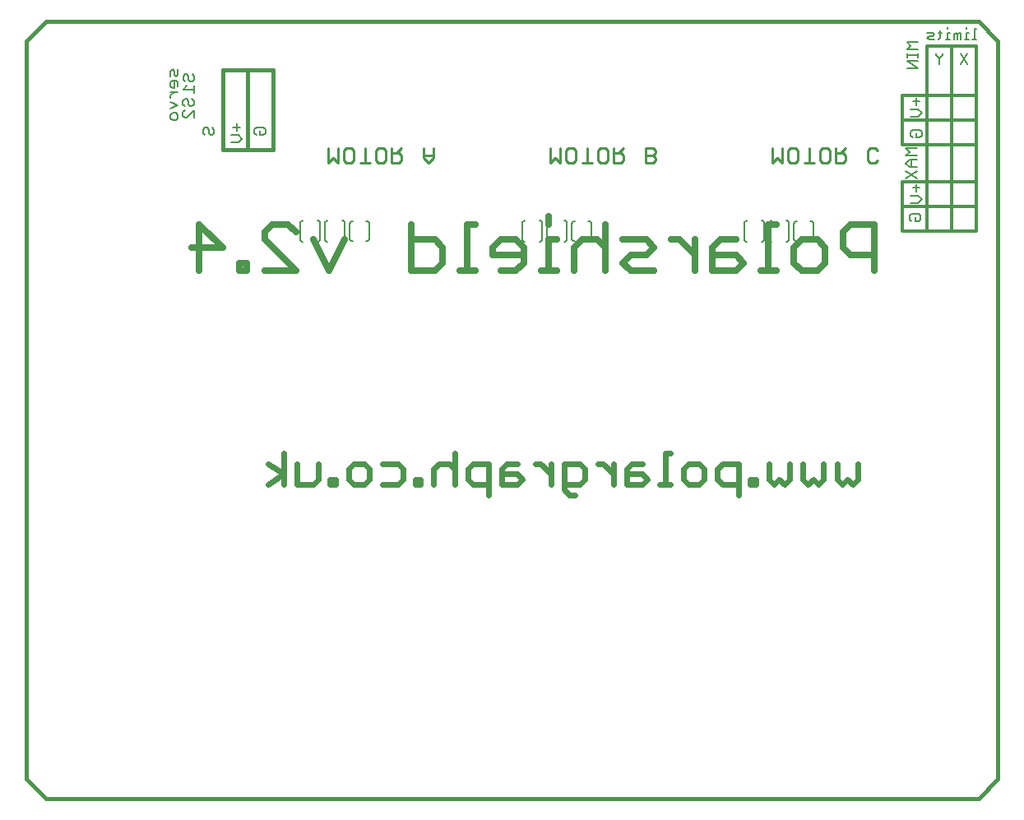
<source format=gbo>
G75*
%MOIN*%
%OFA0B0*%
%FSLAX25Y25*%
%IPPOS*%
%LPD*%
%AMOC8*
5,1,8,0,0,1.08239X$1,22.5*
%
%ADD10C,0.01600*%
%ADD11C,0.02600*%
%ADD12C,0.02300*%
%ADD13C,0.00600*%
%ADD14C,0.01000*%
%ADD15C,0.01200*%
%ADD16C,0.00800*%
D10*
X0016500Y0009674D02*
X0024374Y0001800D01*
X0402327Y0001800D01*
X0410201Y0009674D01*
X0410201Y0308887D01*
X0402327Y0316761D01*
X0024374Y0316761D01*
X0016500Y0308887D01*
X0016500Y0308800D02*
X0016500Y0009800D01*
X0096264Y0264717D02*
X0096264Y0297245D01*
X0106106Y0297245D01*
X0116555Y0297245D01*
X0116555Y0264717D01*
X0106106Y0264717D01*
X0096264Y0264717D01*
X0106106Y0264717D02*
X0106106Y0297245D01*
D11*
X0116289Y0234563D02*
X0122595Y0234563D01*
X0125748Y0231411D01*
X0132934Y0228258D02*
X0139239Y0215647D01*
X0145544Y0228258D01*
X0125748Y0215647D02*
X0113137Y0228258D01*
X0113137Y0231411D01*
X0116289Y0234563D01*
X0105951Y0218800D02*
X0102798Y0218800D01*
X0102798Y0215647D01*
X0105951Y0215647D01*
X0105951Y0218800D01*
X0113137Y0215647D02*
X0125748Y0215647D01*
X0096052Y0225105D02*
X0083441Y0225105D01*
X0086594Y0215647D02*
X0086594Y0234563D01*
X0096052Y0225105D01*
X0172528Y0228258D02*
X0181986Y0228258D01*
X0185138Y0225105D01*
X0185138Y0218800D01*
X0181986Y0215647D01*
X0172528Y0215647D01*
X0172528Y0234563D01*
X0195184Y0234563D02*
X0195184Y0215647D01*
X0198336Y0215647D02*
X0192031Y0215647D01*
X0205522Y0221953D02*
X0218133Y0221953D01*
X0218133Y0225105D02*
X0218133Y0218800D01*
X0214980Y0215647D01*
X0208675Y0215647D01*
X0205522Y0221953D02*
X0205522Y0225105D01*
X0208675Y0228258D01*
X0214980Y0228258D01*
X0218133Y0225105D01*
X0228178Y0228258D02*
X0228178Y0215647D01*
X0225026Y0215647D02*
X0231331Y0215647D01*
X0238517Y0215647D02*
X0238517Y0225105D01*
X0241670Y0228258D01*
X0247975Y0228258D01*
X0251128Y0225105D01*
X0258314Y0228258D02*
X0267772Y0228258D01*
X0270925Y0225105D01*
X0267772Y0221953D01*
X0261467Y0221953D01*
X0258314Y0218800D01*
X0261467Y0215647D01*
X0270925Y0215647D01*
X0277964Y0228258D02*
X0281117Y0228258D01*
X0287422Y0221953D01*
X0287422Y0228258D02*
X0287422Y0215647D01*
X0294608Y0215647D02*
X0304067Y0215647D01*
X0307219Y0218800D01*
X0304067Y0221953D01*
X0294608Y0221953D01*
X0294608Y0225105D02*
X0294608Y0215647D01*
X0294608Y0225105D02*
X0297761Y0228258D01*
X0304067Y0228258D01*
X0317265Y0234563D02*
X0317265Y0215647D01*
X0320417Y0215647D02*
X0314112Y0215647D01*
X0327603Y0218800D02*
X0327603Y0225105D01*
X0330756Y0228258D01*
X0337061Y0228258D01*
X0340214Y0225105D01*
X0340214Y0218800D01*
X0337061Y0215647D01*
X0330756Y0215647D01*
X0327603Y0218800D01*
X0320417Y0234563D02*
X0317265Y0234563D01*
X0347400Y0231411D02*
X0347400Y0225105D01*
X0350553Y0221953D01*
X0360011Y0221953D01*
X0360011Y0215647D02*
X0360011Y0234563D01*
X0350553Y0234563D01*
X0347400Y0231411D01*
X0251128Y0234563D02*
X0251128Y0215647D01*
X0231331Y0228258D02*
X0228178Y0228258D01*
X0228178Y0234563D02*
X0228178Y0237716D01*
X0198336Y0234563D02*
X0195184Y0234563D01*
D12*
X0190021Y0141803D02*
X0190021Y0129092D01*
X0195359Y0131210D02*
X0197477Y0129092D01*
X0203832Y0129092D01*
X0203832Y0124855D02*
X0203832Y0137566D01*
X0197477Y0137566D01*
X0195359Y0135447D01*
X0195359Y0131210D01*
X0190021Y0135447D02*
X0187902Y0137566D01*
X0183665Y0137566D01*
X0181547Y0135447D01*
X0181547Y0129092D01*
X0176209Y0129092D02*
X0176209Y0131210D01*
X0174090Y0131210D01*
X0174090Y0129092D01*
X0176209Y0129092D01*
X0169303Y0131210D02*
X0169303Y0135447D01*
X0167184Y0137566D01*
X0160829Y0137566D01*
X0155491Y0135447D02*
X0155491Y0131210D01*
X0153373Y0129092D01*
X0149136Y0129092D01*
X0147017Y0131210D01*
X0147017Y0135447D01*
X0149136Y0137566D01*
X0153373Y0137566D01*
X0155491Y0135447D01*
X0160829Y0129092D02*
X0167184Y0129092D01*
X0169303Y0131210D01*
X0141679Y0131210D02*
X0141679Y0129092D01*
X0139561Y0129092D01*
X0139561Y0131210D01*
X0141679Y0131210D01*
X0134773Y0131210D02*
X0132655Y0129092D01*
X0126300Y0129092D01*
X0126300Y0137566D01*
X0120962Y0141803D02*
X0120962Y0129092D01*
X0120962Y0133329D02*
X0114606Y0137566D01*
X0120962Y0133329D02*
X0114606Y0129092D01*
X0134773Y0131210D02*
X0134773Y0137566D01*
X0209170Y0135447D02*
X0209170Y0129092D01*
X0215526Y0129092D01*
X0217644Y0131210D01*
X0215526Y0133329D01*
X0209170Y0133329D01*
X0209170Y0135447D02*
X0211289Y0137566D01*
X0215526Y0137566D01*
X0222799Y0137566D02*
X0224917Y0137566D01*
X0229154Y0133329D01*
X0229154Y0129092D02*
X0229154Y0137566D01*
X0234492Y0137566D02*
X0240847Y0137566D01*
X0242966Y0135447D01*
X0242966Y0131210D01*
X0240847Y0129092D01*
X0234492Y0129092D01*
X0234492Y0126973D02*
X0234492Y0137566D01*
X0248120Y0137566D02*
X0250239Y0137566D01*
X0254476Y0133329D01*
X0254476Y0129092D02*
X0254476Y0137566D01*
X0259814Y0135447D02*
X0259814Y0129092D01*
X0266169Y0129092D01*
X0268287Y0131210D01*
X0266169Y0133329D01*
X0259814Y0133329D01*
X0259814Y0135447D02*
X0261932Y0137566D01*
X0266169Y0137566D01*
X0275377Y0141803D02*
X0275377Y0129092D01*
X0277495Y0129092D02*
X0273258Y0129092D01*
X0282833Y0131210D02*
X0282833Y0135447D01*
X0284952Y0137566D01*
X0289189Y0137566D01*
X0291307Y0135447D01*
X0291307Y0131210D01*
X0289189Y0129092D01*
X0284952Y0129092D01*
X0282833Y0131210D01*
X0277495Y0141803D02*
X0275377Y0141803D01*
X0296645Y0135447D02*
X0296645Y0131210D01*
X0298764Y0129092D01*
X0305119Y0129092D01*
X0305119Y0124855D02*
X0305119Y0137566D01*
X0298764Y0137566D01*
X0296645Y0135447D01*
X0309906Y0131210D02*
X0309906Y0129092D01*
X0312025Y0129092D01*
X0312025Y0131210D01*
X0309906Y0131210D01*
X0317363Y0131210D02*
X0317363Y0137566D01*
X0317363Y0131210D02*
X0319481Y0129092D01*
X0321600Y0131210D01*
X0323718Y0129092D01*
X0325837Y0131210D01*
X0325837Y0137566D01*
X0331175Y0137566D02*
X0331175Y0131210D01*
X0333293Y0129092D01*
X0335411Y0131210D01*
X0337530Y0129092D01*
X0339648Y0131210D01*
X0339648Y0137566D01*
X0344986Y0137566D02*
X0344986Y0131210D01*
X0347105Y0129092D01*
X0349223Y0131210D01*
X0351342Y0129092D01*
X0353460Y0131210D01*
X0353460Y0137566D01*
X0238729Y0124855D02*
X0236610Y0124855D01*
X0234492Y0126973D01*
D13*
X0374450Y0236574D02*
X0374450Y0238042D01*
X0375184Y0238776D01*
X0378120Y0238776D01*
X0378854Y0238042D01*
X0378854Y0236574D01*
X0378120Y0235840D01*
X0376652Y0235840D01*
X0376652Y0237308D01*
X0375184Y0235840D02*
X0374450Y0236574D01*
X0374950Y0243236D02*
X0377886Y0243236D01*
X0379354Y0244704D01*
X0377886Y0246172D01*
X0374950Y0246172D01*
X0377152Y0247840D02*
X0377152Y0250776D01*
X0375684Y0249308D02*
X0378620Y0249308D01*
X0377354Y0253132D02*
X0372950Y0256068D01*
X0374418Y0257736D02*
X0377354Y0257736D01*
X0377354Y0256068D02*
X0372950Y0253132D01*
X0374418Y0257736D02*
X0372950Y0259204D01*
X0374418Y0260672D01*
X0377354Y0260672D01*
X0377354Y0262340D02*
X0372950Y0262340D01*
X0374418Y0263808D01*
X0372950Y0265276D01*
X0377354Y0265276D01*
X0377152Y0269840D02*
X0377152Y0271308D01*
X0377152Y0269840D02*
X0378620Y0269840D01*
X0379354Y0270574D01*
X0379354Y0272042D01*
X0378620Y0272776D01*
X0375684Y0272776D01*
X0374950Y0272042D01*
X0374950Y0270574D01*
X0375684Y0269840D01*
X0374950Y0278236D02*
X0377886Y0278236D01*
X0379354Y0279704D01*
X0377886Y0281172D01*
X0374950Y0281172D01*
X0377152Y0282840D02*
X0377152Y0285776D01*
X0375684Y0284308D02*
X0378620Y0284308D01*
X0377854Y0297667D02*
X0373450Y0297667D01*
X0373450Y0300602D02*
X0377854Y0297667D01*
X0377854Y0300602D02*
X0373450Y0300602D01*
X0373450Y0302204D02*
X0373450Y0303672D01*
X0373450Y0302938D02*
X0377854Y0302938D01*
X0377854Y0303672D02*
X0377854Y0302204D01*
X0377854Y0305340D02*
X0373450Y0305340D01*
X0374918Y0306808D01*
X0373450Y0308276D01*
X0377854Y0308276D01*
X0381608Y0309988D02*
X0382341Y0310721D01*
X0383809Y0310721D01*
X0384543Y0311455D01*
X0383809Y0312189D01*
X0381608Y0312189D01*
X0381608Y0309988D02*
X0382341Y0309254D01*
X0384543Y0309254D01*
X0386145Y0309254D02*
X0386879Y0309988D01*
X0386879Y0312923D01*
X0387613Y0312189D02*
X0386145Y0312189D01*
X0389948Y0312189D02*
X0389948Y0309254D01*
X0390682Y0309254D02*
X0389214Y0309254D01*
X0389948Y0312189D02*
X0390682Y0312189D01*
X0389948Y0313657D02*
X0389948Y0314391D01*
X0392350Y0311455D02*
X0392350Y0309254D01*
X0393818Y0309254D02*
X0393818Y0311455D01*
X0393084Y0312189D01*
X0392350Y0311455D01*
X0393818Y0311455D02*
X0394552Y0312189D01*
X0395286Y0312189D01*
X0395286Y0309254D01*
X0396887Y0309254D02*
X0398355Y0309254D01*
X0397621Y0309254D02*
X0397621Y0312189D01*
X0398355Y0312189D01*
X0397621Y0313657D02*
X0397621Y0314391D01*
X0400690Y0313657D02*
X0400690Y0309254D01*
X0401424Y0309254D02*
X0399956Y0309254D01*
X0400690Y0313657D02*
X0401424Y0313657D01*
X0397976Y0303850D02*
X0395040Y0299446D01*
X0397976Y0299446D02*
X0395040Y0303850D01*
X0387976Y0303850D02*
X0387976Y0303116D01*
X0386508Y0301648D01*
X0386508Y0299446D01*
X0386508Y0301648D02*
X0385040Y0303116D01*
X0385040Y0303850D01*
X0375152Y0260672D02*
X0375152Y0257736D01*
X0113354Y0271574D02*
X0112620Y0270840D01*
X0111152Y0270840D01*
X0111152Y0272308D01*
X0112620Y0273776D02*
X0113354Y0273042D01*
X0113354Y0271574D01*
X0112620Y0273776D02*
X0109684Y0273776D01*
X0108950Y0273042D01*
X0108950Y0271574D01*
X0109684Y0270840D01*
X0103854Y0269204D02*
X0102386Y0267736D01*
X0099450Y0267736D01*
X0099450Y0270672D02*
X0102386Y0270672D01*
X0103854Y0269204D01*
X0101652Y0272340D02*
X0101652Y0275276D01*
X0100184Y0273808D02*
X0103120Y0273808D01*
X0092590Y0272908D02*
X0092590Y0271440D01*
X0091856Y0270706D01*
X0091122Y0270706D01*
X0090388Y0271440D01*
X0090388Y0272908D01*
X0089654Y0273642D01*
X0088920Y0273642D01*
X0088186Y0272908D01*
X0088186Y0271440D01*
X0088920Y0270706D01*
X0091856Y0273642D02*
X0092590Y0272908D01*
X0084354Y0277736D02*
X0084354Y0280672D01*
X0081418Y0277736D01*
X0080684Y0277736D01*
X0079950Y0278470D01*
X0079950Y0279938D01*
X0080684Y0280672D01*
X0080684Y0282340D02*
X0079950Y0283074D01*
X0079950Y0284542D01*
X0080684Y0285276D01*
X0081418Y0285276D01*
X0082152Y0284542D01*
X0082152Y0283074D01*
X0082886Y0282340D01*
X0083620Y0282340D01*
X0084354Y0283074D01*
X0084354Y0284542D01*
X0083620Y0285276D01*
X0084405Y0287736D02*
X0084405Y0290672D01*
X0084405Y0289204D02*
X0080001Y0289204D01*
X0081469Y0290672D01*
X0080735Y0292340D02*
X0080001Y0293074D01*
X0080001Y0294542D01*
X0080735Y0295276D01*
X0081469Y0295276D01*
X0082203Y0294542D01*
X0082203Y0293074D01*
X0082937Y0292340D01*
X0083671Y0292340D01*
X0084405Y0293074D01*
X0084405Y0294542D01*
X0083671Y0295276D01*
X0077854Y0295074D02*
X0077120Y0294340D01*
X0076386Y0295074D01*
X0076386Y0296542D01*
X0075652Y0297276D01*
X0074918Y0296542D01*
X0074918Y0294340D01*
X0075652Y0292672D02*
X0074918Y0291938D01*
X0074918Y0290470D01*
X0075652Y0289736D01*
X0076386Y0289736D01*
X0076386Y0292672D01*
X0077120Y0292672D02*
X0075652Y0292672D01*
X0077120Y0292672D02*
X0077854Y0291938D01*
X0077854Y0290470D01*
X0077854Y0288068D02*
X0074918Y0288068D01*
X0076386Y0288068D02*
X0074918Y0286600D01*
X0074918Y0285866D01*
X0074918Y0284231D02*
X0077854Y0282763D01*
X0074918Y0281295D01*
X0075652Y0279627D02*
X0074918Y0278893D01*
X0074918Y0277425D01*
X0075652Y0276691D01*
X0077120Y0276691D01*
X0077854Y0277425D01*
X0077854Y0278893D01*
X0077120Y0279627D01*
X0075652Y0279627D01*
X0077854Y0295074D02*
X0077854Y0297276D01*
D14*
X0138795Y0265528D02*
X0138795Y0259523D01*
X0140797Y0261525D01*
X0142799Y0259523D01*
X0142799Y0265528D01*
X0145241Y0264527D02*
X0146242Y0265528D01*
X0148243Y0265528D01*
X0149244Y0264527D01*
X0149244Y0260524D01*
X0148243Y0259523D01*
X0146242Y0259523D01*
X0145241Y0260524D01*
X0145241Y0264527D01*
X0151686Y0259523D02*
X0155690Y0259523D01*
X0153688Y0259523D02*
X0153688Y0265528D01*
X0158132Y0264527D02*
X0159133Y0265528D01*
X0161134Y0265528D01*
X0162135Y0264527D01*
X0162135Y0260524D01*
X0161134Y0259523D01*
X0159133Y0259523D01*
X0158132Y0260524D01*
X0158132Y0264527D01*
X0164577Y0263527D02*
X0167580Y0263527D01*
X0168581Y0262526D01*
X0168581Y0260524D01*
X0167580Y0259523D01*
X0164577Y0259523D01*
X0164577Y0265528D01*
X0166579Y0263527D02*
X0168581Y0265528D01*
X0177468Y0265528D02*
X0177468Y0261525D01*
X0179470Y0259523D01*
X0181472Y0261525D01*
X0181472Y0265528D01*
X0181472Y0262526D02*
X0177468Y0262526D01*
X0228795Y0265528D02*
X0228795Y0259523D01*
X0230797Y0261525D01*
X0232799Y0259523D01*
X0232799Y0265528D01*
X0235241Y0264527D02*
X0236242Y0265528D01*
X0238243Y0265528D01*
X0239244Y0264527D01*
X0239244Y0260524D01*
X0238243Y0259523D01*
X0236242Y0259523D01*
X0235241Y0260524D01*
X0235241Y0264527D01*
X0241686Y0259523D02*
X0245690Y0259523D01*
X0243688Y0259523D02*
X0243688Y0265528D01*
X0248132Y0264527D02*
X0249133Y0265528D01*
X0251134Y0265528D01*
X0252135Y0264527D01*
X0252135Y0260524D01*
X0251134Y0259523D01*
X0249133Y0259523D01*
X0248132Y0260524D01*
X0248132Y0264527D01*
X0254577Y0263527D02*
X0257580Y0263527D01*
X0258581Y0262526D01*
X0258581Y0260524D01*
X0257580Y0259523D01*
X0254577Y0259523D01*
X0254577Y0265528D01*
X0256579Y0263527D02*
X0258581Y0265528D01*
X0267468Y0265528D02*
X0267468Y0259523D01*
X0270471Y0259523D01*
X0271472Y0260524D01*
X0271472Y0261525D01*
X0270471Y0262526D01*
X0267468Y0262526D01*
X0267468Y0265528D02*
X0270471Y0265528D01*
X0271472Y0264527D01*
X0271472Y0263527D01*
X0270471Y0262526D01*
X0318795Y0265528D02*
X0318795Y0259523D01*
X0320797Y0261525D01*
X0322799Y0259523D01*
X0322799Y0265528D01*
X0325241Y0264527D02*
X0326242Y0265528D01*
X0328243Y0265528D01*
X0329244Y0264527D01*
X0329244Y0260524D01*
X0328243Y0259523D01*
X0326242Y0259523D01*
X0325241Y0260524D01*
X0325241Y0264527D01*
X0331686Y0259523D02*
X0335690Y0259523D01*
X0333688Y0259523D02*
X0333688Y0265528D01*
X0338132Y0264527D02*
X0339133Y0265528D01*
X0341134Y0265528D01*
X0342135Y0264527D01*
X0342135Y0260524D01*
X0341134Y0259523D01*
X0339133Y0259523D01*
X0338132Y0260524D01*
X0338132Y0264527D01*
X0344577Y0263527D02*
X0347580Y0263527D01*
X0348581Y0262526D01*
X0348581Y0260524D01*
X0347580Y0259523D01*
X0344577Y0259523D01*
X0344577Y0265528D01*
X0346579Y0263527D02*
X0348581Y0265528D01*
X0357468Y0264527D02*
X0357468Y0260524D01*
X0358469Y0259523D01*
X0360471Y0259523D01*
X0361472Y0260524D01*
X0361472Y0264527D02*
X0360471Y0265528D01*
X0358469Y0265528D01*
X0357468Y0264527D01*
D15*
X0371500Y0266800D02*
X0371500Y0276800D01*
X0371500Y0286800D01*
X0401500Y0286800D01*
X0401500Y0276800D01*
X0401500Y0266800D01*
X0371500Y0266800D01*
X0371500Y0276800D02*
X0401500Y0276800D01*
X0401500Y0251800D02*
X0371500Y0251800D01*
X0371500Y0241800D01*
X0371500Y0231800D01*
X0381500Y0231800D01*
X0381500Y0306800D01*
X0391500Y0306800D01*
X0401500Y0306800D01*
X0401500Y0251800D01*
X0401500Y0241800D01*
X0371500Y0241800D01*
X0381500Y0231800D02*
X0391500Y0231800D01*
X0401500Y0231800D01*
X0401500Y0241800D01*
X0391500Y0231800D02*
X0391500Y0306800D01*
D16*
X0335437Y0234950D02*
X0335437Y0228650D01*
X0335438Y0228650D02*
X0335424Y0228591D01*
X0335407Y0228533D01*
X0335386Y0228476D01*
X0335362Y0228420D01*
X0335334Y0228366D01*
X0335304Y0228314D01*
X0335270Y0228263D01*
X0335233Y0228215D01*
X0335194Y0228169D01*
X0335151Y0228126D01*
X0335107Y0228085D01*
X0335059Y0228047D01*
X0335010Y0228012D01*
X0334958Y0227980D01*
X0334905Y0227951D01*
X0334850Y0227925D01*
X0334794Y0227903D01*
X0334736Y0227884D01*
X0334677Y0227868D01*
X0334618Y0227857D01*
X0334558Y0227848D01*
X0334497Y0227844D01*
X0334437Y0227843D01*
X0334376Y0227846D01*
X0334316Y0227852D01*
X0334256Y0227862D01*
X0328744Y0227862D02*
X0328682Y0227852D01*
X0328619Y0227846D01*
X0328556Y0227843D01*
X0328493Y0227844D01*
X0328430Y0227850D01*
X0328368Y0227859D01*
X0328306Y0227872D01*
X0328245Y0227889D01*
X0328186Y0227910D01*
X0328128Y0227935D01*
X0328071Y0227963D01*
X0328017Y0227995D01*
X0327964Y0228030D01*
X0327914Y0228068D01*
X0327866Y0228109D01*
X0327821Y0228153D01*
X0327779Y0228200D01*
X0327740Y0228250D01*
X0327704Y0228302D01*
X0327672Y0228356D01*
X0327642Y0228411D01*
X0327617Y0228469D01*
X0327595Y0228528D01*
X0327577Y0228589D01*
X0327562Y0228650D01*
X0327563Y0228650D02*
X0327563Y0234950D01*
X0327562Y0234950D02*
X0327577Y0235011D01*
X0327595Y0235072D01*
X0327617Y0235131D01*
X0327642Y0235189D01*
X0327672Y0235244D01*
X0327704Y0235298D01*
X0327740Y0235350D01*
X0327779Y0235400D01*
X0327821Y0235447D01*
X0327866Y0235491D01*
X0327914Y0235532D01*
X0327964Y0235570D01*
X0328017Y0235605D01*
X0328071Y0235637D01*
X0328128Y0235665D01*
X0328186Y0235690D01*
X0328245Y0235711D01*
X0328306Y0235728D01*
X0328368Y0235741D01*
X0328430Y0235750D01*
X0328493Y0235756D01*
X0328556Y0235757D01*
X0328619Y0235754D01*
X0328682Y0235748D01*
X0328744Y0235738D01*
X0325500Y0235050D02*
X0325500Y0228550D01*
X0325498Y0228490D01*
X0325493Y0228429D01*
X0325484Y0228370D01*
X0325471Y0228311D01*
X0325455Y0228252D01*
X0325435Y0228195D01*
X0325412Y0228140D01*
X0325385Y0228085D01*
X0325356Y0228033D01*
X0325323Y0227982D01*
X0325287Y0227933D01*
X0325249Y0227887D01*
X0325207Y0227843D01*
X0325163Y0227801D01*
X0325117Y0227763D01*
X0325068Y0227727D01*
X0325017Y0227694D01*
X0324965Y0227665D01*
X0324910Y0227638D01*
X0324855Y0227615D01*
X0324798Y0227595D01*
X0324739Y0227579D01*
X0324680Y0227566D01*
X0324621Y0227557D01*
X0324560Y0227552D01*
X0324500Y0227550D01*
X0318500Y0227550D02*
X0318440Y0227552D01*
X0318379Y0227557D01*
X0318320Y0227566D01*
X0318261Y0227579D01*
X0318202Y0227595D01*
X0318145Y0227615D01*
X0318090Y0227638D01*
X0318035Y0227665D01*
X0317983Y0227694D01*
X0317932Y0227727D01*
X0317883Y0227763D01*
X0317837Y0227801D01*
X0317793Y0227843D01*
X0317751Y0227887D01*
X0317713Y0227933D01*
X0317677Y0227982D01*
X0317644Y0228033D01*
X0317615Y0228085D01*
X0317588Y0228140D01*
X0317565Y0228195D01*
X0317545Y0228252D01*
X0317529Y0228311D01*
X0317516Y0228370D01*
X0317507Y0228429D01*
X0317502Y0228490D01*
X0317500Y0228550D01*
X0317500Y0235050D01*
X0317502Y0235110D01*
X0317507Y0235171D01*
X0317516Y0235230D01*
X0317529Y0235289D01*
X0317545Y0235348D01*
X0317565Y0235405D01*
X0317588Y0235460D01*
X0317615Y0235515D01*
X0317644Y0235567D01*
X0317677Y0235618D01*
X0317713Y0235667D01*
X0317751Y0235713D01*
X0317793Y0235757D01*
X0317837Y0235799D01*
X0317883Y0235837D01*
X0317932Y0235873D01*
X0317983Y0235906D01*
X0318035Y0235935D01*
X0318090Y0235962D01*
X0318145Y0235985D01*
X0318202Y0236005D01*
X0318261Y0236021D01*
X0318320Y0236034D01*
X0318379Y0236043D01*
X0318440Y0236048D01*
X0318500Y0236050D01*
X0315500Y0235050D02*
X0315500Y0228550D01*
X0315498Y0228490D01*
X0315493Y0228429D01*
X0315484Y0228370D01*
X0315471Y0228311D01*
X0315455Y0228252D01*
X0315435Y0228195D01*
X0315412Y0228140D01*
X0315385Y0228085D01*
X0315356Y0228033D01*
X0315323Y0227982D01*
X0315287Y0227933D01*
X0315249Y0227887D01*
X0315207Y0227843D01*
X0315163Y0227801D01*
X0315117Y0227763D01*
X0315068Y0227727D01*
X0315017Y0227694D01*
X0314965Y0227665D01*
X0314910Y0227638D01*
X0314855Y0227615D01*
X0314798Y0227595D01*
X0314739Y0227579D01*
X0314680Y0227566D01*
X0314621Y0227557D01*
X0314560Y0227552D01*
X0314500Y0227550D01*
X0308500Y0227550D02*
X0308440Y0227552D01*
X0308379Y0227557D01*
X0308320Y0227566D01*
X0308261Y0227579D01*
X0308202Y0227595D01*
X0308145Y0227615D01*
X0308090Y0227638D01*
X0308035Y0227665D01*
X0307983Y0227694D01*
X0307932Y0227727D01*
X0307883Y0227763D01*
X0307837Y0227801D01*
X0307793Y0227843D01*
X0307751Y0227887D01*
X0307713Y0227933D01*
X0307677Y0227982D01*
X0307644Y0228033D01*
X0307615Y0228085D01*
X0307588Y0228140D01*
X0307565Y0228195D01*
X0307545Y0228252D01*
X0307529Y0228311D01*
X0307516Y0228370D01*
X0307507Y0228429D01*
X0307502Y0228490D01*
X0307500Y0228550D01*
X0307500Y0235050D01*
X0307502Y0235110D01*
X0307507Y0235171D01*
X0307516Y0235230D01*
X0307529Y0235289D01*
X0307545Y0235348D01*
X0307565Y0235405D01*
X0307588Y0235460D01*
X0307615Y0235515D01*
X0307644Y0235567D01*
X0307677Y0235618D01*
X0307713Y0235667D01*
X0307751Y0235713D01*
X0307793Y0235757D01*
X0307837Y0235799D01*
X0307883Y0235837D01*
X0307932Y0235873D01*
X0307983Y0235906D01*
X0308035Y0235935D01*
X0308090Y0235962D01*
X0308145Y0235985D01*
X0308202Y0236005D01*
X0308261Y0236021D01*
X0308320Y0236034D01*
X0308379Y0236043D01*
X0308440Y0236048D01*
X0308500Y0236050D01*
X0314500Y0236050D02*
X0314560Y0236048D01*
X0314621Y0236043D01*
X0314680Y0236034D01*
X0314739Y0236021D01*
X0314798Y0236005D01*
X0314855Y0235985D01*
X0314910Y0235962D01*
X0314965Y0235935D01*
X0315017Y0235906D01*
X0315068Y0235873D01*
X0315117Y0235837D01*
X0315163Y0235799D01*
X0315207Y0235757D01*
X0315249Y0235713D01*
X0315287Y0235667D01*
X0315323Y0235618D01*
X0315356Y0235567D01*
X0315385Y0235515D01*
X0315412Y0235460D01*
X0315435Y0235405D01*
X0315455Y0235348D01*
X0315471Y0235289D01*
X0315484Y0235230D01*
X0315493Y0235171D01*
X0315498Y0235110D01*
X0315500Y0235050D01*
X0324500Y0236050D02*
X0324560Y0236048D01*
X0324621Y0236043D01*
X0324680Y0236034D01*
X0324739Y0236021D01*
X0324798Y0236005D01*
X0324855Y0235985D01*
X0324910Y0235962D01*
X0324965Y0235935D01*
X0325017Y0235906D01*
X0325068Y0235873D01*
X0325117Y0235837D01*
X0325163Y0235799D01*
X0325207Y0235757D01*
X0325249Y0235713D01*
X0325287Y0235667D01*
X0325323Y0235618D01*
X0325356Y0235567D01*
X0325385Y0235515D01*
X0325412Y0235460D01*
X0325435Y0235405D01*
X0325455Y0235348D01*
X0325471Y0235289D01*
X0325484Y0235230D01*
X0325493Y0235171D01*
X0325498Y0235110D01*
X0325500Y0235050D01*
X0334256Y0235738D02*
X0334316Y0235748D01*
X0334376Y0235754D01*
X0334437Y0235757D01*
X0334497Y0235756D01*
X0334558Y0235752D01*
X0334618Y0235743D01*
X0334677Y0235732D01*
X0334736Y0235716D01*
X0334794Y0235697D01*
X0334850Y0235675D01*
X0334905Y0235649D01*
X0334958Y0235620D01*
X0335010Y0235588D01*
X0335059Y0235553D01*
X0335107Y0235515D01*
X0335151Y0235474D01*
X0335194Y0235431D01*
X0335233Y0235385D01*
X0335270Y0235337D01*
X0335304Y0235286D01*
X0335334Y0235234D01*
X0335362Y0235180D01*
X0335386Y0235124D01*
X0335407Y0235067D01*
X0335424Y0235009D01*
X0335438Y0234950D01*
X0245437Y0234950D02*
X0245437Y0228650D01*
X0245438Y0228650D02*
X0245424Y0228591D01*
X0245407Y0228533D01*
X0245386Y0228476D01*
X0245362Y0228420D01*
X0245334Y0228366D01*
X0245304Y0228314D01*
X0245270Y0228263D01*
X0245233Y0228215D01*
X0245194Y0228169D01*
X0245151Y0228126D01*
X0245107Y0228085D01*
X0245059Y0228047D01*
X0245010Y0228012D01*
X0244958Y0227980D01*
X0244905Y0227951D01*
X0244850Y0227925D01*
X0244794Y0227903D01*
X0244736Y0227884D01*
X0244677Y0227868D01*
X0244618Y0227857D01*
X0244558Y0227848D01*
X0244497Y0227844D01*
X0244437Y0227843D01*
X0244376Y0227846D01*
X0244316Y0227852D01*
X0244256Y0227862D01*
X0238744Y0227862D02*
X0238682Y0227852D01*
X0238619Y0227846D01*
X0238556Y0227843D01*
X0238493Y0227844D01*
X0238430Y0227850D01*
X0238368Y0227859D01*
X0238306Y0227872D01*
X0238245Y0227889D01*
X0238186Y0227910D01*
X0238128Y0227935D01*
X0238071Y0227963D01*
X0238017Y0227995D01*
X0237964Y0228030D01*
X0237914Y0228068D01*
X0237866Y0228109D01*
X0237821Y0228153D01*
X0237779Y0228200D01*
X0237740Y0228250D01*
X0237704Y0228302D01*
X0237672Y0228356D01*
X0237642Y0228411D01*
X0237617Y0228469D01*
X0237595Y0228528D01*
X0237577Y0228589D01*
X0237562Y0228650D01*
X0237563Y0228650D02*
X0237563Y0234950D01*
X0237562Y0234950D02*
X0237577Y0235011D01*
X0237595Y0235072D01*
X0237617Y0235131D01*
X0237642Y0235189D01*
X0237672Y0235244D01*
X0237704Y0235298D01*
X0237740Y0235350D01*
X0237779Y0235400D01*
X0237821Y0235447D01*
X0237866Y0235491D01*
X0237914Y0235532D01*
X0237964Y0235570D01*
X0238017Y0235605D01*
X0238071Y0235637D01*
X0238128Y0235665D01*
X0238186Y0235690D01*
X0238245Y0235711D01*
X0238306Y0235728D01*
X0238368Y0235741D01*
X0238430Y0235750D01*
X0238493Y0235756D01*
X0238556Y0235757D01*
X0238619Y0235754D01*
X0238682Y0235748D01*
X0238744Y0235738D01*
X0235500Y0235050D02*
X0235500Y0228550D01*
X0235498Y0228490D01*
X0235493Y0228429D01*
X0235484Y0228370D01*
X0235471Y0228311D01*
X0235455Y0228252D01*
X0235435Y0228195D01*
X0235412Y0228140D01*
X0235385Y0228085D01*
X0235356Y0228033D01*
X0235323Y0227982D01*
X0235287Y0227933D01*
X0235249Y0227887D01*
X0235207Y0227843D01*
X0235163Y0227801D01*
X0235117Y0227763D01*
X0235068Y0227727D01*
X0235017Y0227694D01*
X0234965Y0227665D01*
X0234910Y0227638D01*
X0234855Y0227615D01*
X0234798Y0227595D01*
X0234739Y0227579D01*
X0234680Y0227566D01*
X0234621Y0227557D01*
X0234560Y0227552D01*
X0234500Y0227550D01*
X0228500Y0227550D02*
X0228440Y0227552D01*
X0228379Y0227557D01*
X0228320Y0227566D01*
X0228261Y0227579D01*
X0228202Y0227595D01*
X0228145Y0227615D01*
X0228090Y0227638D01*
X0228035Y0227665D01*
X0227983Y0227694D01*
X0227932Y0227727D01*
X0227883Y0227763D01*
X0227837Y0227801D01*
X0227793Y0227843D01*
X0227751Y0227887D01*
X0227713Y0227933D01*
X0227677Y0227982D01*
X0227644Y0228033D01*
X0227615Y0228085D01*
X0227588Y0228140D01*
X0227565Y0228195D01*
X0227545Y0228252D01*
X0227529Y0228311D01*
X0227516Y0228370D01*
X0227507Y0228429D01*
X0227502Y0228490D01*
X0227500Y0228550D01*
X0227500Y0235050D01*
X0227502Y0235110D01*
X0227507Y0235171D01*
X0227516Y0235230D01*
X0227529Y0235289D01*
X0227545Y0235348D01*
X0227565Y0235405D01*
X0227588Y0235460D01*
X0227615Y0235515D01*
X0227644Y0235567D01*
X0227677Y0235618D01*
X0227713Y0235667D01*
X0227751Y0235713D01*
X0227793Y0235757D01*
X0227837Y0235799D01*
X0227883Y0235837D01*
X0227932Y0235873D01*
X0227983Y0235906D01*
X0228035Y0235935D01*
X0228090Y0235962D01*
X0228145Y0235985D01*
X0228202Y0236005D01*
X0228261Y0236021D01*
X0228320Y0236034D01*
X0228379Y0236043D01*
X0228440Y0236048D01*
X0228500Y0236050D01*
X0225500Y0235050D02*
X0225500Y0228550D01*
X0225498Y0228490D01*
X0225493Y0228429D01*
X0225484Y0228370D01*
X0225471Y0228311D01*
X0225455Y0228252D01*
X0225435Y0228195D01*
X0225412Y0228140D01*
X0225385Y0228085D01*
X0225356Y0228033D01*
X0225323Y0227982D01*
X0225287Y0227933D01*
X0225249Y0227887D01*
X0225207Y0227843D01*
X0225163Y0227801D01*
X0225117Y0227763D01*
X0225068Y0227727D01*
X0225017Y0227694D01*
X0224965Y0227665D01*
X0224910Y0227638D01*
X0224855Y0227615D01*
X0224798Y0227595D01*
X0224739Y0227579D01*
X0224680Y0227566D01*
X0224621Y0227557D01*
X0224560Y0227552D01*
X0224500Y0227550D01*
X0218500Y0227550D02*
X0218440Y0227552D01*
X0218379Y0227557D01*
X0218320Y0227566D01*
X0218261Y0227579D01*
X0218202Y0227595D01*
X0218145Y0227615D01*
X0218090Y0227638D01*
X0218035Y0227665D01*
X0217983Y0227694D01*
X0217932Y0227727D01*
X0217883Y0227763D01*
X0217837Y0227801D01*
X0217793Y0227843D01*
X0217751Y0227887D01*
X0217713Y0227933D01*
X0217677Y0227982D01*
X0217644Y0228033D01*
X0217615Y0228085D01*
X0217588Y0228140D01*
X0217565Y0228195D01*
X0217545Y0228252D01*
X0217529Y0228311D01*
X0217516Y0228370D01*
X0217507Y0228429D01*
X0217502Y0228490D01*
X0217500Y0228550D01*
X0217500Y0235050D01*
X0217502Y0235110D01*
X0217507Y0235171D01*
X0217516Y0235230D01*
X0217529Y0235289D01*
X0217545Y0235348D01*
X0217565Y0235405D01*
X0217588Y0235460D01*
X0217615Y0235515D01*
X0217644Y0235567D01*
X0217677Y0235618D01*
X0217713Y0235667D01*
X0217751Y0235713D01*
X0217793Y0235757D01*
X0217837Y0235799D01*
X0217883Y0235837D01*
X0217932Y0235873D01*
X0217983Y0235906D01*
X0218035Y0235935D01*
X0218090Y0235962D01*
X0218145Y0235985D01*
X0218202Y0236005D01*
X0218261Y0236021D01*
X0218320Y0236034D01*
X0218379Y0236043D01*
X0218440Y0236048D01*
X0218500Y0236050D01*
X0224500Y0236050D02*
X0224560Y0236048D01*
X0224621Y0236043D01*
X0224680Y0236034D01*
X0224739Y0236021D01*
X0224798Y0236005D01*
X0224855Y0235985D01*
X0224910Y0235962D01*
X0224965Y0235935D01*
X0225017Y0235906D01*
X0225068Y0235873D01*
X0225117Y0235837D01*
X0225163Y0235799D01*
X0225207Y0235757D01*
X0225249Y0235713D01*
X0225287Y0235667D01*
X0225323Y0235618D01*
X0225356Y0235567D01*
X0225385Y0235515D01*
X0225412Y0235460D01*
X0225435Y0235405D01*
X0225455Y0235348D01*
X0225471Y0235289D01*
X0225484Y0235230D01*
X0225493Y0235171D01*
X0225498Y0235110D01*
X0225500Y0235050D01*
X0234500Y0236050D02*
X0234560Y0236048D01*
X0234621Y0236043D01*
X0234680Y0236034D01*
X0234739Y0236021D01*
X0234798Y0236005D01*
X0234855Y0235985D01*
X0234910Y0235962D01*
X0234965Y0235935D01*
X0235017Y0235906D01*
X0235068Y0235873D01*
X0235117Y0235837D01*
X0235163Y0235799D01*
X0235207Y0235757D01*
X0235249Y0235713D01*
X0235287Y0235667D01*
X0235323Y0235618D01*
X0235356Y0235567D01*
X0235385Y0235515D01*
X0235412Y0235460D01*
X0235435Y0235405D01*
X0235455Y0235348D01*
X0235471Y0235289D01*
X0235484Y0235230D01*
X0235493Y0235171D01*
X0235498Y0235110D01*
X0235500Y0235050D01*
X0244256Y0235738D02*
X0244316Y0235748D01*
X0244376Y0235754D01*
X0244437Y0235757D01*
X0244497Y0235756D01*
X0244558Y0235752D01*
X0244618Y0235743D01*
X0244677Y0235732D01*
X0244736Y0235716D01*
X0244794Y0235697D01*
X0244850Y0235675D01*
X0244905Y0235649D01*
X0244958Y0235620D01*
X0245010Y0235588D01*
X0245059Y0235553D01*
X0245107Y0235515D01*
X0245151Y0235474D01*
X0245194Y0235431D01*
X0245233Y0235385D01*
X0245270Y0235337D01*
X0245304Y0235286D01*
X0245334Y0235234D01*
X0245362Y0235180D01*
X0245386Y0235124D01*
X0245407Y0235067D01*
X0245424Y0235009D01*
X0245438Y0234950D01*
X0155437Y0234950D02*
X0155437Y0228650D01*
X0155438Y0228650D02*
X0155424Y0228591D01*
X0155407Y0228533D01*
X0155386Y0228476D01*
X0155362Y0228420D01*
X0155334Y0228366D01*
X0155304Y0228314D01*
X0155270Y0228263D01*
X0155233Y0228215D01*
X0155194Y0228169D01*
X0155151Y0228126D01*
X0155107Y0228085D01*
X0155059Y0228047D01*
X0155010Y0228012D01*
X0154958Y0227980D01*
X0154905Y0227951D01*
X0154850Y0227925D01*
X0154794Y0227903D01*
X0154736Y0227884D01*
X0154677Y0227868D01*
X0154618Y0227857D01*
X0154558Y0227848D01*
X0154497Y0227844D01*
X0154437Y0227843D01*
X0154376Y0227846D01*
X0154316Y0227852D01*
X0154256Y0227862D01*
X0148744Y0227862D02*
X0148682Y0227852D01*
X0148619Y0227846D01*
X0148556Y0227843D01*
X0148493Y0227844D01*
X0148430Y0227850D01*
X0148368Y0227859D01*
X0148306Y0227872D01*
X0148245Y0227889D01*
X0148186Y0227910D01*
X0148128Y0227935D01*
X0148071Y0227963D01*
X0148017Y0227995D01*
X0147964Y0228030D01*
X0147914Y0228068D01*
X0147866Y0228109D01*
X0147821Y0228153D01*
X0147779Y0228200D01*
X0147740Y0228250D01*
X0147704Y0228302D01*
X0147672Y0228356D01*
X0147642Y0228411D01*
X0147617Y0228469D01*
X0147595Y0228528D01*
X0147577Y0228589D01*
X0147562Y0228650D01*
X0147563Y0228650D02*
X0147563Y0234950D01*
X0147562Y0234950D02*
X0147577Y0235011D01*
X0147595Y0235072D01*
X0147617Y0235131D01*
X0147642Y0235189D01*
X0147672Y0235244D01*
X0147704Y0235298D01*
X0147740Y0235350D01*
X0147779Y0235400D01*
X0147821Y0235447D01*
X0147866Y0235491D01*
X0147914Y0235532D01*
X0147964Y0235570D01*
X0148017Y0235605D01*
X0148071Y0235637D01*
X0148128Y0235665D01*
X0148186Y0235690D01*
X0148245Y0235711D01*
X0148306Y0235728D01*
X0148368Y0235741D01*
X0148430Y0235750D01*
X0148493Y0235756D01*
X0148556Y0235757D01*
X0148619Y0235754D01*
X0148682Y0235748D01*
X0148744Y0235738D01*
X0145500Y0235050D02*
X0145500Y0228550D01*
X0145498Y0228490D01*
X0145493Y0228429D01*
X0145484Y0228370D01*
X0145471Y0228311D01*
X0145455Y0228252D01*
X0145435Y0228195D01*
X0145412Y0228140D01*
X0145385Y0228085D01*
X0145356Y0228033D01*
X0145323Y0227982D01*
X0145287Y0227933D01*
X0145249Y0227887D01*
X0145207Y0227843D01*
X0145163Y0227801D01*
X0145117Y0227763D01*
X0145068Y0227727D01*
X0145017Y0227694D01*
X0144965Y0227665D01*
X0144910Y0227638D01*
X0144855Y0227615D01*
X0144798Y0227595D01*
X0144739Y0227579D01*
X0144680Y0227566D01*
X0144621Y0227557D01*
X0144560Y0227552D01*
X0144500Y0227550D01*
X0138500Y0227550D02*
X0138440Y0227552D01*
X0138379Y0227557D01*
X0138320Y0227566D01*
X0138261Y0227579D01*
X0138202Y0227595D01*
X0138145Y0227615D01*
X0138090Y0227638D01*
X0138035Y0227665D01*
X0137983Y0227694D01*
X0137932Y0227727D01*
X0137883Y0227763D01*
X0137837Y0227801D01*
X0137793Y0227843D01*
X0137751Y0227887D01*
X0137713Y0227933D01*
X0137677Y0227982D01*
X0137644Y0228033D01*
X0137615Y0228085D01*
X0137588Y0228140D01*
X0137565Y0228195D01*
X0137545Y0228252D01*
X0137529Y0228311D01*
X0137516Y0228370D01*
X0137507Y0228429D01*
X0137502Y0228490D01*
X0137500Y0228550D01*
X0137500Y0235050D01*
X0137502Y0235110D01*
X0137507Y0235171D01*
X0137516Y0235230D01*
X0137529Y0235289D01*
X0137545Y0235348D01*
X0137565Y0235405D01*
X0137588Y0235460D01*
X0137615Y0235515D01*
X0137644Y0235567D01*
X0137677Y0235618D01*
X0137713Y0235667D01*
X0137751Y0235713D01*
X0137793Y0235757D01*
X0137837Y0235799D01*
X0137883Y0235837D01*
X0137932Y0235873D01*
X0137983Y0235906D01*
X0138035Y0235935D01*
X0138090Y0235962D01*
X0138145Y0235985D01*
X0138202Y0236005D01*
X0138261Y0236021D01*
X0138320Y0236034D01*
X0138379Y0236043D01*
X0138440Y0236048D01*
X0138500Y0236050D01*
X0135500Y0235050D02*
X0135500Y0228550D01*
X0135498Y0228490D01*
X0135493Y0228429D01*
X0135484Y0228370D01*
X0135471Y0228311D01*
X0135455Y0228252D01*
X0135435Y0228195D01*
X0135412Y0228140D01*
X0135385Y0228085D01*
X0135356Y0228033D01*
X0135323Y0227982D01*
X0135287Y0227933D01*
X0135249Y0227887D01*
X0135207Y0227843D01*
X0135163Y0227801D01*
X0135117Y0227763D01*
X0135068Y0227727D01*
X0135017Y0227694D01*
X0134965Y0227665D01*
X0134910Y0227638D01*
X0134855Y0227615D01*
X0134798Y0227595D01*
X0134739Y0227579D01*
X0134680Y0227566D01*
X0134621Y0227557D01*
X0134560Y0227552D01*
X0134500Y0227550D01*
X0128500Y0227550D02*
X0128440Y0227552D01*
X0128379Y0227557D01*
X0128320Y0227566D01*
X0128261Y0227579D01*
X0128202Y0227595D01*
X0128145Y0227615D01*
X0128090Y0227638D01*
X0128035Y0227665D01*
X0127983Y0227694D01*
X0127932Y0227727D01*
X0127883Y0227763D01*
X0127837Y0227801D01*
X0127793Y0227843D01*
X0127751Y0227887D01*
X0127713Y0227933D01*
X0127677Y0227982D01*
X0127644Y0228033D01*
X0127615Y0228085D01*
X0127588Y0228140D01*
X0127565Y0228195D01*
X0127545Y0228252D01*
X0127529Y0228311D01*
X0127516Y0228370D01*
X0127507Y0228429D01*
X0127502Y0228490D01*
X0127500Y0228550D01*
X0127500Y0235050D01*
X0127502Y0235110D01*
X0127507Y0235171D01*
X0127516Y0235230D01*
X0127529Y0235289D01*
X0127545Y0235348D01*
X0127565Y0235405D01*
X0127588Y0235460D01*
X0127615Y0235515D01*
X0127644Y0235567D01*
X0127677Y0235618D01*
X0127713Y0235667D01*
X0127751Y0235713D01*
X0127793Y0235757D01*
X0127837Y0235799D01*
X0127883Y0235837D01*
X0127932Y0235873D01*
X0127983Y0235906D01*
X0128035Y0235935D01*
X0128090Y0235962D01*
X0128145Y0235985D01*
X0128202Y0236005D01*
X0128261Y0236021D01*
X0128320Y0236034D01*
X0128379Y0236043D01*
X0128440Y0236048D01*
X0128500Y0236050D01*
X0134500Y0236050D02*
X0134560Y0236048D01*
X0134621Y0236043D01*
X0134680Y0236034D01*
X0134739Y0236021D01*
X0134798Y0236005D01*
X0134855Y0235985D01*
X0134910Y0235962D01*
X0134965Y0235935D01*
X0135017Y0235906D01*
X0135068Y0235873D01*
X0135117Y0235837D01*
X0135163Y0235799D01*
X0135207Y0235757D01*
X0135249Y0235713D01*
X0135287Y0235667D01*
X0135323Y0235618D01*
X0135356Y0235567D01*
X0135385Y0235515D01*
X0135412Y0235460D01*
X0135435Y0235405D01*
X0135455Y0235348D01*
X0135471Y0235289D01*
X0135484Y0235230D01*
X0135493Y0235171D01*
X0135498Y0235110D01*
X0135500Y0235050D01*
X0144500Y0236050D02*
X0144560Y0236048D01*
X0144621Y0236043D01*
X0144680Y0236034D01*
X0144739Y0236021D01*
X0144798Y0236005D01*
X0144855Y0235985D01*
X0144910Y0235962D01*
X0144965Y0235935D01*
X0145017Y0235906D01*
X0145068Y0235873D01*
X0145117Y0235837D01*
X0145163Y0235799D01*
X0145207Y0235757D01*
X0145249Y0235713D01*
X0145287Y0235667D01*
X0145323Y0235618D01*
X0145356Y0235567D01*
X0145385Y0235515D01*
X0145412Y0235460D01*
X0145435Y0235405D01*
X0145455Y0235348D01*
X0145471Y0235289D01*
X0145484Y0235230D01*
X0145493Y0235171D01*
X0145498Y0235110D01*
X0145500Y0235050D01*
X0154256Y0235738D02*
X0154316Y0235748D01*
X0154376Y0235754D01*
X0154437Y0235757D01*
X0154497Y0235756D01*
X0154558Y0235752D01*
X0154618Y0235743D01*
X0154677Y0235732D01*
X0154736Y0235716D01*
X0154794Y0235697D01*
X0154850Y0235675D01*
X0154905Y0235649D01*
X0154958Y0235620D01*
X0155010Y0235588D01*
X0155059Y0235553D01*
X0155107Y0235515D01*
X0155151Y0235474D01*
X0155194Y0235431D01*
X0155233Y0235385D01*
X0155270Y0235337D01*
X0155304Y0235286D01*
X0155334Y0235234D01*
X0155362Y0235180D01*
X0155386Y0235124D01*
X0155407Y0235067D01*
X0155424Y0235009D01*
X0155438Y0234950D01*
M02*

</source>
